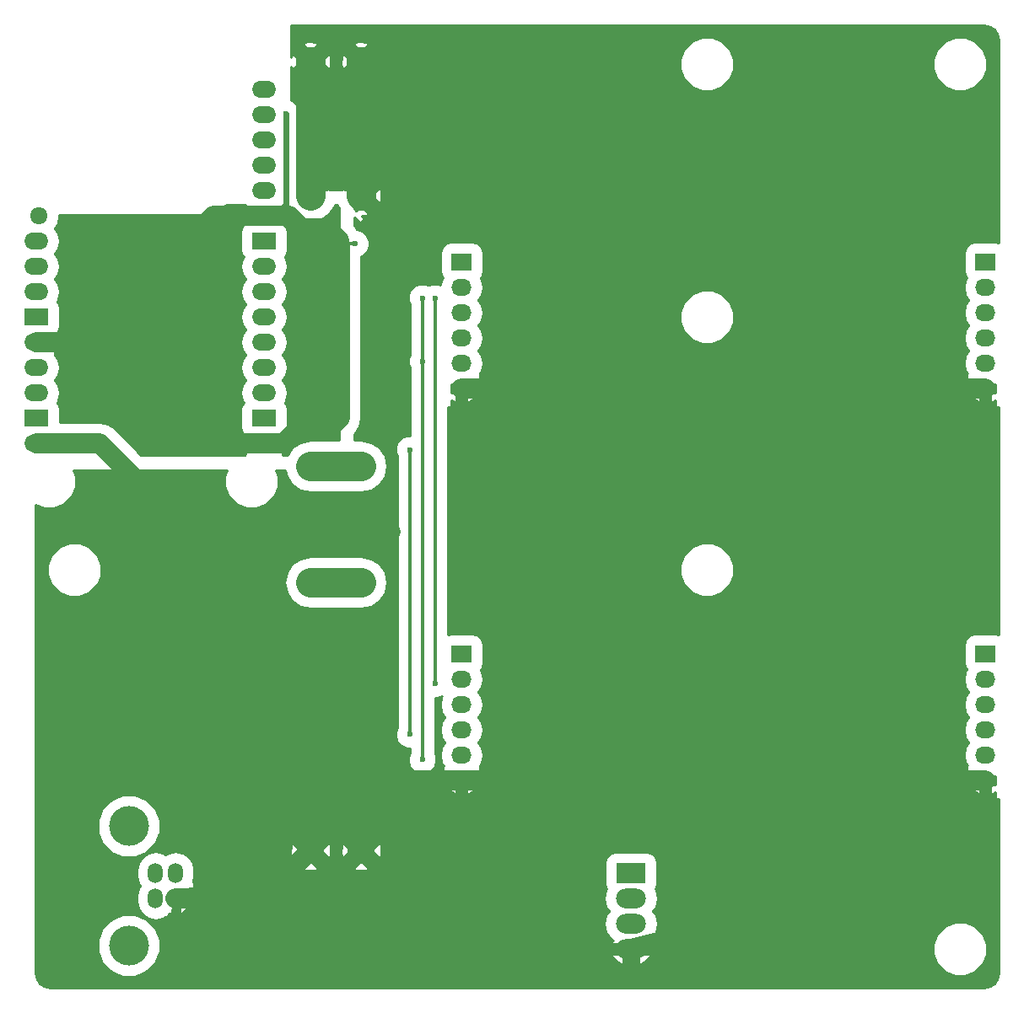
<source format=gbl>
G04 #@! TF.FileFunction,Copper,L2,Bot,Signal*
%FSLAX46Y46*%
G04 Gerber Fmt 4.6, Leading zero omitted, Abs format (unit mm)*
G04 Created by KiCad (PCBNEW 4.0.4-stable) date 01/08/18 17:18:11*
%MOMM*%
%LPD*%
G01*
G04 APERTURE LIST*
%ADD10C,0.250000*%
%ADD11R,2.400000X1.700000*%
%ADD12O,2.400000X1.700000*%
%ADD13O,1.800000X1.700000*%
%ADD14O,2.032000X1.727200*%
%ADD15R,2.032000X1.727200*%
%ADD16C,2.800000*%
%ADD17O,1.520000X2.000000*%
%ADD18C,4.000000*%
%ADD19O,3.000000X2.000000*%
%ADD20R,3.000000X2.000000*%
%ADD21C,0.600000*%
%ADD22C,2.000000*%
%ADD23C,0.900000*%
%ADD24C,3.000000*%
%ADD25C,0.300000*%
%ADD26C,0.600000*%
%ADD27C,0.254000*%
G04 APERTURE END LIST*
D10*
D11*
X97790000Y-104140000D03*
D12*
X97790000Y-101600000D03*
X97790000Y-99060000D03*
X97790000Y-96520000D03*
X97790000Y-93980000D03*
D13*
X75180000Y-83820000D03*
D12*
X97790000Y-91440000D03*
X74930000Y-86360000D03*
X97790000Y-88900000D03*
X74930000Y-88900000D03*
D11*
X97790000Y-86360000D03*
D12*
X74930000Y-91440000D03*
X97790000Y-83820000D03*
D11*
X74930000Y-93980000D03*
D12*
X97790000Y-81280000D03*
X74930000Y-96520000D03*
X97790000Y-78740000D03*
X74930000Y-99060000D03*
X97790000Y-76200000D03*
X74930000Y-101600000D03*
X97790000Y-73660000D03*
D11*
X74930000Y-104140000D03*
D12*
X97790000Y-71120000D03*
X74930000Y-106680000D03*
X97790000Y-106680000D03*
D14*
X117625000Y-101175000D03*
X117625000Y-98635000D03*
X117625000Y-96095000D03*
X117625000Y-93555000D03*
X117625000Y-91015000D03*
D15*
X117625000Y-88475000D03*
D16*
X102455980Y-68336160D03*
X107535980Y-68336160D03*
X102453440Y-81798160D03*
X107533440Y-81798160D03*
X102453440Y-108976160D03*
X107533440Y-108976160D03*
X102453440Y-120660160D03*
X107533440Y-120660160D03*
X102453440Y-147584160D03*
X107533440Y-147584160D03*
D14*
X117625000Y-140550000D03*
X117625000Y-138010000D03*
X117625000Y-135470000D03*
X117625000Y-132930000D03*
X117625000Y-130390000D03*
D15*
X117625000Y-127850000D03*
D14*
X170200000Y-101175000D03*
X170200000Y-98635000D03*
X170200000Y-96095000D03*
X170200000Y-93555000D03*
X170200000Y-91015000D03*
D15*
X170200000Y-88475000D03*
D14*
X170200000Y-140525000D03*
X170200000Y-137985000D03*
X170200000Y-135445000D03*
X170200000Y-132905000D03*
X170200000Y-130365000D03*
D15*
X170200000Y-127825000D03*
D17*
X88900000Y-149860000D03*
X88900000Y-152400000D03*
X86900000Y-152400000D03*
X86900000Y-149860000D03*
D18*
X84200000Y-145130000D03*
X84200000Y-157130000D03*
D19*
X134620000Y-157480000D03*
X134620000Y-154940000D03*
X134620000Y-152400000D03*
D20*
X134620000Y-149860000D03*
D21*
X110490000Y-73406000D03*
X110490000Y-100076000D03*
X110490000Y-93726000D03*
X110490000Y-87376000D03*
X113665000Y-98425000D03*
X113665000Y-138430000D03*
X113665000Y-92075000D03*
X114935000Y-130810000D03*
X114935000Y-92075000D03*
X106934000Y-86614000D03*
X102870000Y-98679000D03*
X102870000Y-92202000D03*
X99949000Y-73533000D03*
X112395000Y-135890000D03*
X112395000Y-107315000D03*
D22*
X110490000Y-78740000D02*
X134620000Y-78740000D01*
X107533440Y-78740000D02*
X110490000Y-78740000D01*
X107535980Y-68336160D02*
X126756160Y-68336160D01*
X126756160Y-68336160D02*
X134620000Y-76200000D01*
X134620000Y-76200000D02*
X134620000Y-78740000D01*
X134620000Y-78740000D02*
X134620000Y-101175000D01*
X88900000Y-152400000D02*
X97637600Y-152400000D01*
X97637600Y-152400000D02*
X102453440Y-147584160D01*
X102453440Y-147584160D02*
X102453440Y-140550000D01*
X102870000Y-140970000D02*
X102870000Y-140550000D01*
X102870000Y-140966560D02*
X102870000Y-140970000D01*
X102453440Y-140550000D02*
X102870000Y-140966560D01*
X107533440Y-147584160D02*
X107533440Y-140550000D01*
X106680000Y-140970000D02*
X106680000Y-140550000D01*
X107113440Y-140970000D02*
X106680000Y-140970000D01*
X107533440Y-140550000D02*
X107113440Y-140970000D01*
X134620000Y-157480000D02*
X144780000Y-154940000D01*
X149860000Y-149860000D02*
X149860000Y-140550000D01*
X144780000Y-154940000D02*
X149860000Y-149860000D01*
X149860000Y-101175000D02*
X149860000Y-140550000D01*
X149860000Y-140550000D02*
X149860000Y-139700000D01*
X149860000Y-139700000D02*
X149860000Y-140550000D01*
X117625000Y-140550000D02*
X149860000Y-140550000D01*
X149860000Y-140550000D02*
X170175000Y-140550000D01*
X170175000Y-140550000D02*
X170200000Y-140525000D01*
X117625000Y-101175000D02*
X134620000Y-101175000D01*
X134620000Y-101175000D02*
X149860000Y-101175000D01*
X149860000Y-101175000D02*
X170200000Y-101175000D01*
X117625000Y-140550000D02*
X106680000Y-140550000D01*
X106680000Y-140550000D02*
X102870000Y-140550000D01*
X102870000Y-140550000D02*
X98640000Y-140550000D01*
X98640000Y-140550000D02*
X88900000Y-130810000D01*
X88900000Y-130810000D02*
X88900000Y-116840000D01*
X88900000Y-116840000D02*
X88900000Y-114300000D01*
X88900000Y-116840000D02*
X90170000Y-115570000D01*
X110490000Y-115570000D02*
X90170000Y-115570000D01*
X81280000Y-106680000D02*
X74930000Y-106680000D01*
X88900000Y-114300000D02*
X81280000Y-106680000D01*
X90170000Y-115570000D02*
X88900000Y-114300000D01*
D23*
X110490000Y-100076000D02*
X110490000Y-115570000D01*
X110490000Y-78740000D02*
X110490000Y-73406000D01*
X110490000Y-100076000D02*
X110490000Y-93726000D01*
X110490000Y-93726000D02*
X110490000Y-87376000D01*
X110490000Y-87376000D02*
X110490000Y-78740000D01*
D24*
X107533440Y-81798160D02*
X107533440Y-78740000D01*
X107533440Y-78740000D02*
X107533440Y-68338700D01*
D22*
X107533440Y-68338700D02*
X107535980Y-68336160D01*
D24*
X102453440Y-81798160D02*
X102453440Y-68338700D01*
D22*
X102453440Y-68338700D02*
X102455980Y-68336160D01*
D24*
X102453440Y-108976160D02*
X107533440Y-108976160D01*
X102453440Y-120660160D02*
X107533440Y-120660160D01*
D23*
X107533440Y-108976160D02*
X107706160Y-108976160D01*
D25*
X113665000Y-92075000D02*
X113665000Y-98425000D01*
X113665000Y-98425000D02*
X113665000Y-138430000D01*
X114935000Y-92075000D02*
X114935000Y-130810000D01*
D22*
X80010000Y-96520000D02*
X90170000Y-106680000D01*
X90170000Y-106680000D02*
X97790000Y-106680000D01*
X74930000Y-96520000D02*
X80010000Y-96520000D01*
X92710000Y-83820000D02*
X97790000Y-83820000D01*
X80010000Y-96520000D02*
X92710000Y-83820000D01*
D25*
X106934000Y-86614000D02*
X105410000Y-86614000D01*
D23*
X105410000Y-86614000D02*
X105410000Y-86360000D01*
D22*
X97790000Y-106680000D02*
X99695000Y-106680000D01*
X105410000Y-104140000D02*
X105410000Y-98679000D01*
X104140000Y-105410000D02*
X105410000Y-104140000D01*
X100965000Y-105410000D02*
X104140000Y-105410000D01*
X99695000Y-106680000D02*
X100965000Y-105410000D01*
D25*
X102870000Y-98679000D02*
X105410000Y-98679000D01*
X102870000Y-92202000D02*
X105410000Y-92202000D01*
D26*
X99949000Y-73533000D02*
X99949000Y-83820000D01*
D22*
X105410000Y-98679000D02*
X105410000Y-92202000D01*
X105410000Y-92202000D02*
X105410000Y-86614000D01*
D23*
X105410000Y-86360000D02*
X105283000Y-86233000D01*
X100330000Y-83820000D02*
X99949000Y-83820000D01*
D22*
X105283000Y-86233000D02*
X104140000Y-85090000D01*
X104140000Y-85090000D02*
X101600000Y-85090000D01*
X101600000Y-85090000D02*
X100330000Y-83820000D01*
X99949000Y-83820000D02*
X97790000Y-83820000D01*
D25*
X112395000Y-107315000D02*
X112395000Y-135890000D01*
D27*
G36*
X95916998Y-82970000D02*
X96284928Y-82970000D01*
X96109367Y-83178951D01*
X96190026Y-83395000D01*
X97190000Y-83395000D01*
X97190000Y-83216340D01*
X97394411Y-83257000D01*
X98185589Y-83257000D01*
X98390000Y-83216340D01*
X98390000Y-83395000D01*
X99389974Y-83395000D01*
X99470633Y-83178951D01*
X99295072Y-82970000D01*
X99663002Y-82970000D01*
X99663002Y-82677000D01*
X100001252Y-82677000D01*
X100026408Y-82803469D01*
X100595870Y-83655730D01*
X101448131Y-84225192D01*
X102453440Y-84425160D01*
X103458749Y-84225192D01*
X104311010Y-83655730D01*
X104880472Y-82803469D01*
X104905628Y-82677000D01*
X105081252Y-82677000D01*
X105106408Y-82803469D01*
X105283000Y-83067758D01*
X105283000Y-106349160D01*
X102453440Y-106349160D01*
X101448131Y-106549128D01*
X100595870Y-107118590D01*
X100125199Y-107823000D01*
X99663002Y-107823000D01*
X99663002Y-107530000D01*
X99295072Y-107530000D01*
X99470633Y-107321049D01*
X99389974Y-107105000D01*
X98390000Y-107105000D01*
X98390000Y-107530000D01*
X97190000Y-107530000D01*
X97190000Y-107105000D01*
X96190026Y-107105000D01*
X96109367Y-107321049D01*
X96284928Y-107530000D01*
X95916998Y-107530000D01*
X95916998Y-107788538D01*
X95833593Y-107823000D01*
X85431032Y-107823000D01*
X82784016Y-105175984D01*
X82093968Y-104714908D01*
X81280000Y-104553000D01*
X77279079Y-104553000D01*
X77279079Y-103290000D01*
X77200494Y-102872359D01*
X77007676Y-102572710D01*
X77152099Y-102356565D01*
X77302589Y-101600000D01*
X77152099Y-100843435D01*
X76809033Y-100330000D01*
X77152099Y-99816565D01*
X77302589Y-99060000D01*
X77152099Y-98303435D01*
X76803002Y-97780975D01*
X76803002Y-97370000D01*
X76435072Y-97370000D01*
X76610633Y-97161049D01*
X76529974Y-96945000D01*
X75530000Y-96945000D01*
X75530000Y-97123660D01*
X75325589Y-97083000D01*
X74862000Y-97083000D01*
X74862000Y-95979079D01*
X75530000Y-95979079D01*
X75530000Y-96095000D01*
X76529974Y-96095000D01*
X76610633Y-95878951D01*
X76600276Y-95866624D01*
X76931219Y-95653669D01*
X77188548Y-95277056D01*
X77279079Y-94830000D01*
X77279079Y-93130000D01*
X77200494Y-92712359D01*
X77007676Y-92412710D01*
X77152099Y-92196565D01*
X77302589Y-91440000D01*
X77152099Y-90683435D01*
X76809033Y-90170000D01*
X77152099Y-89656565D01*
X77302589Y-88900000D01*
X95417411Y-88900000D01*
X95567901Y-89656565D01*
X95910967Y-90170000D01*
X95567901Y-90683435D01*
X95417411Y-91440000D01*
X95567901Y-92196565D01*
X95910967Y-92710000D01*
X95567901Y-93223435D01*
X95417411Y-93980000D01*
X95567901Y-94736565D01*
X95910967Y-95250000D01*
X95567901Y-95763435D01*
X95417411Y-96520000D01*
X95567901Y-97276565D01*
X95910967Y-97790000D01*
X95567901Y-98303435D01*
X95417411Y-99060000D01*
X95567901Y-99816565D01*
X95910967Y-100330000D01*
X95567901Y-100843435D01*
X95417411Y-101600000D01*
X95567901Y-102356565D01*
X95714189Y-102575500D01*
X95531452Y-102842944D01*
X95440921Y-103290000D01*
X95440921Y-104990000D01*
X95519506Y-105407641D01*
X95766331Y-105791219D01*
X96116490Y-106030473D01*
X96109367Y-106038951D01*
X96190026Y-106255000D01*
X97190000Y-106255000D01*
X97190000Y-106139079D01*
X98390000Y-106139079D01*
X98390000Y-106255000D01*
X99389974Y-106255000D01*
X99470633Y-106038951D01*
X99460276Y-106026624D01*
X99791219Y-105813669D01*
X100048548Y-105437056D01*
X100139079Y-104990000D01*
X100139079Y-103290000D01*
X100060494Y-102872359D01*
X99867676Y-102572710D01*
X100012099Y-102356565D01*
X100162589Y-101600000D01*
X100012099Y-100843435D01*
X99669033Y-100330000D01*
X100012099Y-99816565D01*
X100162589Y-99060000D01*
X100012099Y-98303435D01*
X99669033Y-97790000D01*
X100012099Y-97276565D01*
X100162589Y-96520000D01*
X100012099Y-95763435D01*
X99669033Y-95250000D01*
X100012099Y-94736565D01*
X100162589Y-93980000D01*
X100012099Y-93223435D01*
X99669033Y-92710000D01*
X100012099Y-92196565D01*
X100162589Y-91440000D01*
X100012099Y-90683435D01*
X99669033Y-90170000D01*
X100012099Y-89656565D01*
X100162589Y-88900000D01*
X100012099Y-88143435D01*
X99865811Y-87924500D01*
X100048548Y-87657056D01*
X100139079Y-87210000D01*
X100139079Y-85510000D01*
X100060494Y-85092359D01*
X99813669Y-84708781D01*
X99463510Y-84469527D01*
X99470633Y-84461049D01*
X99389974Y-84245000D01*
X98390000Y-84245000D01*
X98390000Y-84360921D01*
X97190000Y-84360921D01*
X97190000Y-84245000D01*
X96190026Y-84245000D01*
X96109367Y-84461049D01*
X96119724Y-84473376D01*
X95788781Y-84686331D01*
X95531452Y-85062944D01*
X95440921Y-85510000D01*
X95440921Y-87210000D01*
X95519506Y-87627641D01*
X95712324Y-87927290D01*
X95567901Y-88143435D01*
X95417411Y-88900000D01*
X77302589Y-88900000D01*
X77152099Y-88143435D01*
X76809033Y-87630000D01*
X77152099Y-87116565D01*
X77302589Y-86360000D01*
X77152099Y-85603435D01*
X76781094Y-85048186D01*
X77096221Y-84576565D01*
X77246711Y-83820000D01*
X77233185Y-83752000D01*
X91440000Y-83752000D01*
X91556111Y-83728904D01*
X91674499Y-83728904D01*
X92646515Y-83535558D01*
X92973919Y-83399942D01*
X93079812Y-83356080D01*
X93903847Y-82805477D01*
X94032324Y-82677000D01*
X95916998Y-82677000D01*
X95916998Y-82970000D01*
X95916998Y-82970000D01*
G37*
X95916998Y-82970000D02*
X96284928Y-82970000D01*
X96109367Y-83178951D01*
X96190026Y-83395000D01*
X97190000Y-83395000D01*
X97190000Y-83216340D01*
X97394411Y-83257000D01*
X98185589Y-83257000D01*
X98390000Y-83216340D01*
X98390000Y-83395000D01*
X99389974Y-83395000D01*
X99470633Y-83178951D01*
X99295072Y-82970000D01*
X99663002Y-82970000D01*
X99663002Y-82677000D01*
X100001252Y-82677000D01*
X100026408Y-82803469D01*
X100595870Y-83655730D01*
X101448131Y-84225192D01*
X102453440Y-84425160D01*
X103458749Y-84225192D01*
X104311010Y-83655730D01*
X104880472Y-82803469D01*
X104905628Y-82677000D01*
X105081252Y-82677000D01*
X105106408Y-82803469D01*
X105283000Y-83067758D01*
X105283000Y-106349160D01*
X102453440Y-106349160D01*
X101448131Y-106549128D01*
X100595870Y-107118590D01*
X100125199Y-107823000D01*
X99663002Y-107823000D01*
X99663002Y-107530000D01*
X99295072Y-107530000D01*
X99470633Y-107321049D01*
X99389974Y-107105000D01*
X98390000Y-107105000D01*
X98390000Y-107530000D01*
X97190000Y-107530000D01*
X97190000Y-107105000D01*
X96190026Y-107105000D01*
X96109367Y-107321049D01*
X96284928Y-107530000D01*
X95916998Y-107530000D01*
X95916998Y-107788538D01*
X95833593Y-107823000D01*
X85431032Y-107823000D01*
X82784016Y-105175984D01*
X82093968Y-104714908D01*
X81280000Y-104553000D01*
X77279079Y-104553000D01*
X77279079Y-103290000D01*
X77200494Y-102872359D01*
X77007676Y-102572710D01*
X77152099Y-102356565D01*
X77302589Y-101600000D01*
X77152099Y-100843435D01*
X76809033Y-100330000D01*
X77152099Y-99816565D01*
X77302589Y-99060000D01*
X77152099Y-98303435D01*
X76803002Y-97780975D01*
X76803002Y-97370000D01*
X76435072Y-97370000D01*
X76610633Y-97161049D01*
X76529974Y-96945000D01*
X75530000Y-96945000D01*
X75530000Y-97123660D01*
X75325589Y-97083000D01*
X74862000Y-97083000D01*
X74862000Y-95979079D01*
X75530000Y-95979079D01*
X75530000Y-96095000D01*
X76529974Y-96095000D01*
X76610633Y-95878951D01*
X76600276Y-95866624D01*
X76931219Y-95653669D01*
X77188548Y-95277056D01*
X77279079Y-94830000D01*
X77279079Y-93130000D01*
X77200494Y-92712359D01*
X77007676Y-92412710D01*
X77152099Y-92196565D01*
X77302589Y-91440000D01*
X77152099Y-90683435D01*
X76809033Y-90170000D01*
X77152099Y-89656565D01*
X77302589Y-88900000D01*
X95417411Y-88900000D01*
X95567901Y-89656565D01*
X95910967Y-90170000D01*
X95567901Y-90683435D01*
X95417411Y-91440000D01*
X95567901Y-92196565D01*
X95910967Y-92710000D01*
X95567901Y-93223435D01*
X95417411Y-93980000D01*
X95567901Y-94736565D01*
X95910967Y-95250000D01*
X95567901Y-95763435D01*
X95417411Y-96520000D01*
X95567901Y-97276565D01*
X95910967Y-97790000D01*
X95567901Y-98303435D01*
X95417411Y-99060000D01*
X95567901Y-99816565D01*
X95910967Y-100330000D01*
X95567901Y-100843435D01*
X95417411Y-101600000D01*
X95567901Y-102356565D01*
X95714189Y-102575500D01*
X95531452Y-102842944D01*
X95440921Y-103290000D01*
X95440921Y-104990000D01*
X95519506Y-105407641D01*
X95766331Y-105791219D01*
X96116490Y-106030473D01*
X96109367Y-106038951D01*
X96190026Y-106255000D01*
X97190000Y-106255000D01*
X97190000Y-106139079D01*
X98390000Y-106139079D01*
X98390000Y-106255000D01*
X99389974Y-106255000D01*
X99470633Y-106038951D01*
X99460276Y-106026624D01*
X99791219Y-105813669D01*
X100048548Y-105437056D01*
X100139079Y-104990000D01*
X100139079Y-103290000D01*
X100060494Y-102872359D01*
X99867676Y-102572710D01*
X100012099Y-102356565D01*
X100162589Y-101600000D01*
X100012099Y-100843435D01*
X99669033Y-100330000D01*
X100012099Y-99816565D01*
X100162589Y-99060000D01*
X100012099Y-98303435D01*
X99669033Y-97790000D01*
X100012099Y-97276565D01*
X100162589Y-96520000D01*
X100012099Y-95763435D01*
X99669033Y-95250000D01*
X100012099Y-94736565D01*
X100162589Y-93980000D01*
X100012099Y-93223435D01*
X99669033Y-92710000D01*
X100012099Y-92196565D01*
X100162589Y-91440000D01*
X100012099Y-90683435D01*
X99669033Y-90170000D01*
X100012099Y-89656565D01*
X100162589Y-88900000D01*
X100012099Y-88143435D01*
X99865811Y-87924500D01*
X100048548Y-87657056D01*
X100139079Y-87210000D01*
X100139079Y-85510000D01*
X100060494Y-85092359D01*
X99813669Y-84708781D01*
X99463510Y-84469527D01*
X99470633Y-84461049D01*
X99389974Y-84245000D01*
X98390000Y-84245000D01*
X98390000Y-84360921D01*
X97190000Y-84360921D01*
X97190000Y-84245000D01*
X96190026Y-84245000D01*
X96109367Y-84461049D01*
X96119724Y-84473376D01*
X95788781Y-84686331D01*
X95531452Y-85062944D01*
X95440921Y-85510000D01*
X95440921Y-87210000D01*
X95519506Y-87627641D01*
X95712324Y-87927290D01*
X95567901Y-88143435D01*
X95417411Y-88900000D01*
X77302589Y-88900000D01*
X77152099Y-88143435D01*
X76809033Y-87630000D01*
X77152099Y-87116565D01*
X77302589Y-86360000D01*
X77152099Y-85603435D01*
X76781094Y-85048186D01*
X77096221Y-84576565D01*
X77246711Y-83820000D01*
X77233185Y-83752000D01*
X91440000Y-83752000D01*
X91556111Y-83728904D01*
X91674499Y-83728904D01*
X92646515Y-83535558D01*
X92973919Y-83399942D01*
X93079812Y-83356080D01*
X93903847Y-82805477D01*
X94032324Y-82677000D01*
X95916998Y-82677000D01*
X95916998Y-82970000D01*
G36*
X170683019Y-64825605D02*
X171109457Y-65110543D01*
X171394395Y-65536981D01*
X171518000Y-66158388D01*
X171518000Y-86523477D01*
X171216000Y-86462321D01*
X169184000Y-86462321D01*
X168766359Y-86540906D01*
X168382781Y-86787731D01*
X168125452Y-87164344D01*
X168034921Y-87611400D01*
X168034921Y-89338600D01*
X168113506Y-89756241D01*
X168302436Y-90049848D01*
X168166541Y-90253230D01*
X168015016Y-91015000D01*
X168166541Y-91776770D01*
X168506130Y-92285000D01*
X168166541Y-92793230D01*
X168015016Y-93555000D01*
X168166541Y-94316770D01*
X168506130Y-94825000D01*
X168166541Y-95333230D01*
X168015016Y-96095000D01*
X168166541Y-96856770D01*
X168506130Y-97365000D01*
X168166541Y-97873230D01*
X168015016Y-98635000D01*
X168166541Y-99396770D01*
X168358729Y-99684400D01*
X168326998Y-99684400D01*
X168326998Y-100311400D01*
X168869158Y-100311400D01*
X168706026Y-100525333D01*
X168785576Y-100743200D01*
X169692000Y-100743200D01*
X169692000Y-100563218D01*
X170005616Y-100625600D01*
X170394384Y-100625600D01*
X170708000Y-100563218D01*
X170708000Y-100743200D01*
X171216000Y-100743200D01*
X171216000Y-101606800D01*
X170708000Y-101606800D01*
X170708000Y-102446999D01*
X170927128Y-102530531D01*
X171216000Y-102334020D01*
X171216000Y-103048002D01*
X171518000Y-103048002D01*
X171518000Y-125873477D01*
X171216000Y-125812321D01*
X169184000Y-125812321D01*
X168766359Y-125890906D01*
X168382781Y-126137731D01*
X168125452Y-126514344D01*
X168034921Y-126961400D01*
X168034921Y-128688600D01*
X168113506Y-129106241D01*
X168302436Y-129399848D01*
X168166541Y-129603230D01*
X168015016Y-130365000D01*
X168166541Y-131126770D01*
X168506130Y-131635000D01*
X168166541Y-132143230D01*
X168015016Y-132905000D01*
X168166541Y-133666770D01*
X168506130Y-134175000D01*
X168166541Y-134683230D01*
X168015016Y-135445000D01*
X168166541Y-136206770D01*
X168506130Y-136715000D01*
X168166541Y-137223230D01*
X168015016Y-137985000D01*
X168166541Y-138746770D01*
X168358729Y-139034400D01*
X168326998Y-139034400D01*
X168326998Y-139661400D01*
X168869158Y-139661400D01*
X168706026Y-139875333D01*
X168785576Y-140093200D01*
X169692000Y-140093200D01*
X169692000Y-139913218D01*
X170005616Y-139975600D01*
X170394384Y-139975600D01*
X170708000Y-139913218D01*
X170708000Y-140093200D01*
X171216000Y-140093200D01*
X171216000Y-140956800D01*
X170708000Y-140956800D01*
X170708000Y-141796999D01*
X170927128Y-141880531D01*
X171216000Y-141684020D01*
X171216000Y-142398002D01*
X171518000Y-142398002D01*
X171518000Y-159901612D01*
X171394395Y-160523019D01*
X171109457Y-160949457D01*
X170683019Y-161234395D01*
X170061613Y-161358000D01*
X76318388Y-161358000D01*
X75696981Y-161234395D01*
X75270543Y-160949457D01*
X74985605Y-160523019D01*
X74862000Y-159901613D01*
X74862000Y-157749270D01*
X81072458Y-157749270D01*
X81547512Y-158898989D01*
X82426384Y-159779396D01*
X83575272Y-160256456D01*
X84819270Y-160257542D01*
X85968989Y-159782488D01*
X86849396Y-158903616D01*
X87134900Y-158216046D01*
X132669013Y-158216046D01*
X133087386Y-158686604D01*
X133627736Y-158989921D01*
X133870000Y-158891588D01*
X133870000Y-157980000D01*
X135370000Y-157980000D01*
X135370000Y-158891588D01*
X135612264Y-158989921D01*
X136152614Y-158686604D01*
X136570987Y-158216046D01*
X136514221Y-158020054D01*
X164912528Y-158020054D01*
X165326814Y-159022703D01*
X166093262Y-159790490D01*
X167095186Y-160206526D01*
X168180054Y-160207472D01*
X169182703Y-159793186D01*
X169950490Y-159026738D01*
X170366526Y-158024814D01*
X170367472Y-156939946D01*
X169953186Y-155937297D01*
X169186738Y-155169510D01*
X168184814Y-154753474D01*
X167099946Y-154752528D01*
X166097297Y-155166814D01*
X165329510Y-155933262D01*
X164913474Y-156935186D01*
X164912528Y-158020054D01*
X136514221Y-158020054D01*
X136502619Y-157980000D01*
X135370000Y-157980000D01*
X133870000Y-157980000D01*
X132737381Y-157980000D01*
X132669013Y-158216046D01*
X87134900Y-158216046D01*
X87326456Y-157754728D01*
X87327542Y-156510730D01*
X86852488Y-155361011D01*
X85973616Y-154480604D01*
X84824728Y-154003544D01*
X83580730Y-154002458D01*
X82431011Y-154477512D01*
X81550604Y-155356384D01*
X81073544Y-156505272D01*
X81072458Y-157749270D01*
X74862000Y-157749270D01*
X74862000Y-149578330D01*
X85013000Y-149578330D01*
X85013000Y-150141670D01*
X85156639Y-150863794D01*
X85334513Y-151130000D01*
X85156639Y-151396206D01*
X85013000Y-152118330D01*
X85013000Y-152681670D01*
X85156639Y-153403794D01*
X85565690Y-154015980D01*
X86177876Y-154425031D01*
X86900000Y-154568670D01*
X87622124Y-154425031D01*
X87849651Y-154273002D01*
X88140000Y-154273002D01*
X88140000Y-154078996D01*
X88234310Y-154015980D01*
X88314110Y-153896551D01*
X88316006Y-153898062D01*
X88520000Y-153810092D01*
X88520000Y-153588416D01*
X88643361Y-153403794D01*
X88743571Y-152900000D01*
X89280000Y-152900000D01*
X89280000Y-153810092D01*
X89483994Y-153898062D01*
X89906124Y-153561489D01*
X90182176Y-153106318D01*
X90082588Y-152900000D01*
X89280000Y-152900000D01*
X88743571Y-152900000D01*
X88787000Y-152681670D01*
X88787000Y-152400000D01*
X131941534Y-152400000D01*
X132103442Y-153213968D01*
X132408153Y-153670000D01*
X132103442Y-154126032D01*
X131941534Y-154940000D01*
X132103442Y-155753968D01*
X132564518Y-156444016D01*
X132797361Y-156599597D01*
X132669013Y-156743954D01*
X132737381Y-156980000D01*
X133631155Y-156980000D01*
X134068534Y-157067000D01*
X135171466Y-157067000D01*
X135608845Y-156980000D01*
X136502619Y-156980000D01*
X136570987Y-156743954D01*
X136442639Y-156599597D01*
X136675482Y-156444016D01*
X137136558Y-155753968D01*
X137298466Y-154940000D01*
X137136558Y-154126032D01*
X136831847Y-153670000D01*
X137136558Y-153213968D01*
X137298466Y-152400000D01*
X137136558Y-151586032D01*
X137063075Y-151476057D01*
X137178548Y-151307056D01*
X137269079Y-150860000D01*
X137269079Y-148860000D01*
X137190494Y-148442359D01*
X136943669Y-148058781D01*
X136567056Y-147801452D01*
X136120000Y-147710921D01*
X133120000Y-147710921D01*
X132702359Y-147789506D01*
X132318781Y-148036331D01*
X132061452Y-148412944D01*
X131970921Y-148860000D01*
X131970921Y-150860000D01*
X132049506Y-151277641D01*
X132177056Y-151475860D01*
X132103442Y-151586032D01*
X131941534Y-152400000D01*
X88787000Y-152400000D01*
X88787000Y-152118330D01*
X88763776Y-152001573D01*
X88900000Y-152028670D01*
X89546870Y-151900000D01*
X90082588Y-151900000D01*
X90182176Y-151693682D01*
X90103253Y-151563550D01*
X90234310Y-151475980D01*
X90285078Y-151400000D01*
X90773002Y-151400000D01*
X90773002Y-150773000D01*
X90661421Y-150773000D01*
X90787000Y-150141670D01*
X90787000Y-149578330D01*
X90738740Y-149335707D01*
X101691842Y-149335707D01*
X101876771Y-149568787D01*
X102680151Y-149638399D01*
X103030109Y-149568787D01*
X103215038Y-149335707D01*
X106771842Y-149335707D01*
X106956771Y-149568787D01*
X107760151Y-149638399D01*
X108110109Y-149568787D01*
X108295038Y-149335707D01*
X107533440Y-148574109D01*
X106771842Y-149335707D01*
X103215038Y-149335707D01*
X102453440Y-148574109D01*
X101691842Y-149335707D01*
X90738740Y-149335707D01*
X90643361Y-148856206D01*
X90234310Y-148244020D01*
X89622124Y-147834969D01*
X89500975Y-147810871D01*
X100399201Y-147810871D01*
X100468813Y-148160829D01*
X100701893Y-148345758D01*
X101463491Y-147584160D01*
X103443389Y-147584160D01*
X104204987Y-148345758D01*
X104438067Y-148160829D01*
X104468390Y-147810871D01*
X105479201Y-147810871D01*
X105548813Y-148160829D01*
X105781893Y-148345758D01*
X106543491Y-147584160D01*
X108523389Y-147584160D01*
X109284987Y-148345758D01*
X109518067Y-148160829D01*
X109587679Y-147357449D01*
X109518067Y-147007491D01*
X109284987Y-146822562D01*
X108523389Y-147584160D01*
X106543491Y-147584160D01*
X105781893Y-146822562D01*
X105548813Y-147007491D01*
X105479201Y-147810871D01*
X104468390Y-147810871D01*
X104507679Y-147357449D01*
X104438067Y-147007491D01*
X104204987Y-146822562D01*
X103443389Y-147584160D01*
X101463491Y-147584160D01*
X100701893Y-146822562D01*
X100468813Y-147007491D01*
X100399201Y-147810871D01*
X89500975Y-147810871D01*
X88900000Y-147691330D01*
X88177876Y-147834969D01*
X87900000Y-148020640D01*
X87622124Y-147834969D01*
X86900000Y-147691330D01*
X86177876Y-147834969D01*
X85565690Y-148244020D01*
X85156639Y-148856206D01*
X85013000Y-149578330D01*
X74862000Y-149578330D01*
X74862000Y-145749270D01*
X81072458Y-145749270D01*
X81547512Y-146898989D01*
X82426384Y-147779396D01*
X83575272Y-148256456D01*
X84819270Y-148257542D01*
X85968989Y-147782488D01*
X86849396Y-146903616D01*
X87294115Y-145832613D01*
X101691842Y-145832613D01*
X102453440Y-146594211D01*
X103215038Y-145832613D01*
X106771842Y-145832613D01*
X107533440Y-146594211D01*
X108295038Y-145832613D01*
X108110109Y-145599533D01*
X107306729Y-145529921D01*
X106956771Y-145599533D01*
X106771842Y-145832613D01*
X103215038Y-145832613D01*
X103030109Y-145599533D01*
X102226729Y-145529921D01*
X101876771Y-145599533D01*
X101691842Y-145832613D01*
X87294115Y-145832613D01*
X87326456Y-145754728D01*
X87327542Y-144510730D01*
X86852488Y-143361011D01*
X85973616Y-142480604D01*
X84824728Y-142003544D01*
X83580730Y-142002458D01*
X82431011Y-142477512D01*
X81550604Y-143356384D01*
X81073544Y-144505272D01*
X81072458Y-145749270D01*
X74862000Y-145749270D01*
X74862000Y-141199667D01*
X116131026Y-141199667D01*
X116422881Y-141582408D01*
X116897872Y-141905531D01*
X117117000Y-141821999D01*
X117117000Y-140981800D01*
X118133000Y-140981800D01*
X118133000Y-141821999D01*
X118352128Y-141905531D01*
X118827119Y-141582408D01*
X119118974Y-141199667D01*
X119109846Y-141174667D01*
X168706026Y-141174667D01*
X168997881Y-141557408D01*
X169472872Y-141880531D01*
X169692000Y-141796999D01*
X169692000Y-140956800D01*
X168785576Y-140956800D01*
X168706026Y-141174667D01*
X119109846Y-141174667D01*
X119039424Y-140981800D01*
X118133000Y-140981800D01*
X117117000Y-140981800D01*
X116210576Y-140981800D01*
X116131026Y-141199667D01*
X74862000Y-141199667D01*
X74862000Y-119920054D01*
X76012528Y-119920054D01*
X76426814Y-120922703D01*
X77193262Y-121690490D01*
X78195186Y-122106526D01*
X79280054Y-122107472D01*
X80282703Y-121693186D01*
X81050490Y-120926738D01*
X81161183Y-120660160D01*
X99826440Y-120660160D01*
X100026408Y-121665469D01*
X100595870Y-122517730D01*
X101448131Y-123087192D01*
X102453440Y-123287160D01*
X107533440Y-123287160D01*
X108538749Y-123087192D01*
X109391010Y-122517730D01*
X109960472Y-121665469D01*
X110160440Y-120660160D01*
X109960472Y-119654851D01*
X109391010Y-118802590D01*
X108538749Y-118233128D01*
X107533440Y-118033160D01*
X102453440Y-118033160D01*
X101448131Y-118233128D01*
X100595870Y-118802590D01*
X100026408Y-119654851D01*
X99826440Y-120660160D01*
X81161183Y-120660160D01*
X81466526Y-119924814D01*
X81467472Y-118839946D01*
X81053186Y-117837297D01*
X80286738Y-117069510D01*
X79284814Y-116653474D01*
X78199946Y-116652528D01*
X77197297Y-117066814D01*
X76429510Y-117833262D01*
X76013474Y-118835186D01*
X76012528Y-119920054D01*
X74862000Y-119920054D01*
X74862000Y-112887166D01*
X75655186Y-113216526D01*
X76740054Y-113217472D01*
X77742703Y-112803186D01*
X78510490Y-112036738D01*
X78926526Y-111034814D01*
X78927472Y-109949946D01*
X78678340Y-109347000D01*
X94041863Y-109347000D01*
X93793474Y-109945186D01*
X93792528Y-111030054D01*
X94206814Y-112032703D01*
X94973262Y-112800490D01*
X95975186Y-113216526D01*
X97060054Y-113217472D01*
X98062703Y-112803186D01*
X98830490Y-112036738D01*
X99246526Y-111034814D01*
X99247472Y-109949946D01*
X98998340Y-109347000D01*
X99900205Y-109347000D01*
X100026408Y-109981469D01*
X100595870Y-110833730D01*
X101448131Y-111403192D01*
X102453440Y-111603160D01*
X107533440Y-111603160D01*
X108538749Y-111403192D01*
X109391010Y-110833730D01*
X109960472Y-109981469D01*
X110160440Y-108976160D01*
X109960472Y-107970851D01*
X109711076Y-107597603D01*
X110967752Y-107597603D01*
X111118000Y-107961229D01*
X111118000Y-135244263D01*
X110968248Y-135604907D01*
X110967752Y-136172603D01*
X111184543Y-136697275D01*
X111585614Y-137099047D01*
X112109907Y-137316752D01*
X112388000Y-137316995D01*
X112388000Y-137784263D01*
X112238248Y-138144907D01*
X112237752Y-138712603D01*
X112454543Y-139237275D01*
X112855614Y-139639047D01*
X113379907Y-139856752D01*
X113947603Y-139857248D01*
X114472275Y-139640457D01*
X114874047Y-139239386D01*
X115091752Y-138715093D01*
X115092248Y-138147397D01*
X114942000Y-137783771D01*
X114942000Y-132237007D01*
X115217603Y-132237248D01*
X115670450Y-132050135D01*
X115591541Y-132168230D01*
X115440016Y-132930000D01*
X115591541Y-133691770D01*
X115931130Y-134200000D01*
X115591541Y-134708230D01*
X115440016Y-135470000D01*
X115591541Y-136231770D01*
X115931130Y-136740000D01*
X115591541Y-137248230D01*
X115440016Y-138010000D01*
X115591541Y-138771770D01*
X115783729Y-139059400D01*
X115751998Y-139059400D01*
X115751998Y-139686400D01*
X116294158Y-139686400D01*
X116131026Y-139900333D01*
X116210576Y-140118200D01*
X117117000Y-140118200D01*
X117117000Y-139938218D01*
X117430616Y-140000600D01*
X117819384Y-140000600D01*
X118133000Y-139938218D01*
X118133000Y-140118200D01*
X119039424Y-140118200D01*
X119118974Y-139900333D01*
X118955842Y-139686400D01*
X119498002Y-139686400D01*
X119498002Y-139059400D01*
X119466271Y-139059400D01*
X119658459Y-138771770D01*
X119809984Y-138010000D01*
X119658459Y-137248230D01*
X119318870Y-136740000D01*
X119658459Y-136231770D01*
X119809984Y-135470000D01*
X119658459Y-134708230D01*
X119318870Y-134200000D01*
X119658459Y-133691770D01*
X119809984Y-132930000D01*
X119658459Y-132168230D01*
X119318870Y-131660000D01*
X119658459Y-131151770D01*
X119809984Y-130390000D01*
X119658459Y-129628230D01*
X119520818Y-129422236D01*
X119699548Y-129160656D01*
X119790079Y-128713600D01*
X119790079Y-126986400D01*
X119711494Y-126568759D01*
X119464669Y-126185181D01*
X119088056Y-125927852D01*
X118641000Y-125837321D01*
X116609000Y-125837321D01*
X116212000Y-125912022D01*
X116212000Y-119920054D01*
X139512528Y-119920054D01*
X139926814Y-120922703D01*
X140693262Y-121690490D01*
X141695186Y-122106526D01*
X142780054Y-122107472D01*
X143782703Y-121693186D01*
X144550490Y-120926738D01*
X144966526Y-119924814D01*
X144967472Y-118839946D01*
X144553186Y-117837297D01*
X143786738Y-117069510D01*
X142784814Y-116653474D01*
X141699946Y-116652528D01*
X140697297Y-117066814D01*
X139929510Y-117833262D01*
X139513474Y-118835186D01*
X139512528Y-119920054D01*
X116212000Y-119920054D01*
X116212000Y-103048002D01*
X116609000Y-103048002D01*
X116609000Y-102334020D01*
X116897872Y-102530531D01*
X117117000Y-102446999D01*
X117117000Y-101606800D01*
X118133000Y-101606800D01*
X118133000Y-102446999D01*
X118352128Y-102530531D01*
X118827119Y-102207408D01*
X119118974Y-101824667D01*
X168706026Y-101824667D01*
X168997881Y-102207408D01*
X169472872Y-102530531D01*
X169692000Y-102446999D01*
X169692000Y-101606800D01*
X168785576Y-101606800D01*
X168706026Y-101824667D01*
X119118974Y-101824667D01*
X119039424Y-101606800D01*
X118133000Y-101606800D01*
X117117000Y-101606800D01*
X116609000Y-101606800D01*
X116609000Y-100743200D01*
X117117000Y-100743200D01*
X117117000Y-100563218D01*
X117430616Y-100625600D01*
X117819384Y-100625600D01*
X118133000Y-100563218D01*
X118133000Y-100743200D01*
X119039424Y-100743200D01*
X119118974Y-100525333D01*
X118955842Y-100311400D01*
X119498002Y-100311400D01*
X119498002Y-99684400D01*
X119466271Y-99684400D01*
X119658459Y-99396770D01*
X119809984Y-98635000D01*
X119658459Y-97873230D01*
X119318870Y-97365000D01*
X119658459Y-96856770D01*
X119809984Y-96095000D01*
X119658459Y-95333230D01*
X119318870Y-94825000D01*
X119522628Y-94520054D01*
X139512528Y-94520054D01*
X139926814Y-95522703D01*
X140693262Y-96290490D01*
X141695186Y-96706526D01*
X142780054Y-96707472D01*
X143782703Y-96293186D01*
X144550490Y-95526738D01*
X144966526Y-94524814D01*
X144967472Y-93439946D01*
X144553186Y-92437297D01*
X143786738Y-91669510D01*
X142784814Y-91253474D01*
X141699946Y-91252528D01*
X140697297Y-91666814D01*
X139929510Y-92433262D01*
X139513474Y-93435186D01*
X139512528Y-94520054D01*
X119522628Y-94520054D01*
X119658459Y-94316770D01*
X119809984Y-93555000D01*
X119658459Y-92793230D01*
X119318870Y-92285000D01*
X119658459Y-91776770D01*
X119809984Y-91015000D01*
X119658459Y-90253230D01*
X119520818Y-90047236D01*
X119699548Y-89785656D01*
X119790079Y-89338600D01*
X119790079Y-87611400D01*
X119711494Y-87193759D01*
X119464669Y-86810181D01*
X119088056Y-86552852D01*
X118641000Y-86462321D01*
X116609000Y-86462321D01*
X116191359Y-86540906D01*
X115807781Y-86787731D01*
X115550452Y-87164344D01*
X115459921Y-87611400D01*
X115459921Y-89338600D01*
X115538506Y-89756241D01*
X115727436Y-90049848D01*
X115591541Y-90253230D01*
X115490623Y-90760582D01*
X115220093Y-90648248D01*
X114652397Y-90647752D01*
X114299781Y-90793451D01*
X113950093Y-90648248D01*
X113382397Y-90647752D01*
X112857725Y-90864543D01*
X112455953Y-91265614D01*
X112238248Y-91789907D01*
X112237752Y-92357603D01*
X112388000Y-92721229D01*
X112388000Y-97779263D01*
X112238248Y-98139907D01*
X112237752Y-98707603D01*
X112388000Y-99071229D01*
X112388000Y-105887993D01*
X112112397Y-105887752D01*
X111587725Y-106104543D01*
X111185953Y-106505614D01*
X110968248Y-107029907D01*
X110967752Y-107597603D01*
X109711076Y-107597603D01*
X109391010Y-107118590D01*
X108538749Y-106549128D01*
X107533440Y-106349160D01*
X106807000Y-106349160D01*
X106807000Y-105751032D01*
X106914016Y-105644016D01*
X107375092Y-104953968D01*
X107537000Y-104140000D01*
X107537000Y-87908862D01*
X107741275Y-87824457D01*
X108143047Y-87423386D01*
X108360752Y-86899093D01*
X108361248Y-86331397D01*
X108144457Y-85806725D01*
X107743386Y-85404953D01*
X107219093Y-85187248D01*
X107093145Y-85187138D01*
X106807000Y-84758892D01*
X106807000Y-83990972D01*
X107398226Y-84582198D01*
X107867903Y-84112522D01*
X107593325Y-83837944D01*
X107760151Y-83852399D01*
X108110109Y-83782787D01*
X108295038Y-83549707D01*
X107533440Y-82788109D01*
X107038465Y-83283084D01*
X106807000Y-83051619D01*
X106807000Y-81798160D01*
X108523389Y-81798160D01*
X109284987Y-82559758D01*
X109518067Y-82374829D01*
X109587679Y-81571449D01*
X109518067Y-81221491D01*
X109284987Y-81036562D01*
X108523389Y-81798160D01*
X106807000Y-81798160D01*
X106807000Y-81280000D01*
X106796994Y-81230590D01*
X106768553Y-81188965D01*
X106726159Y-81161685D01*
X106680000Y-81153000D01*
X105898331Y-81153000D01*
X105781893Y-81036562D01*
X105635137Y-81153000D01*
X104351743Y-81153000D01*
X104204987Y-81036562D01*
X104088549Y-81153000D01*
X101376000Y-81153000D01*
X101376000Y-80895701D01*
X101958465Y-80313236D01*
X102453440Y-80808211D01*
X103215038Y-80046613D01*
X106771842Y-80046613D01*
X107533440Y-80808211D01*
X108295038Y-80046613D01*
X108110109Y-79813533D01*
X107306729Y-79743921D01*
X106956771Y-79813533D01*
X106771842Y-80046613D01*
X103215038Y-80046613D01*
X103030109Y-79813533D01*
X102503774Y-79767927D01*
X102787903Y-79483798D01*
X102318226Y-79014122D01*
X101376000Y-79956348D01*
X101376000Y-73534245D01*
X101376248Y-73250397D01*
X101159457Y-72725725D01*
X100758386Y-72323953D01*
X100457000Y-72198807D01*
X100457000Y-70087707D01*
X101694382Y-70087707D01*
X101879311Y-70320787D01*
X102682691Y-70390399D01*
X103032649Y-70320787D01*
X103217578Y-70087707D01*
X106774382Y-70087707D01*
X106959311Y-70320787D01*
X107762691Y-70390399D01*
X108112649Y-70320787D01*
X108297578Y-70087707D01*
X107535980Y-69326109D01*
X106774382Y-70087707D01*
X103217578Y-70087707D01*
X102455980Y-69326109D01*
X101694382Y-70087707D01*
X100457000Y-70087707D01*
X100457000Y-69120054D01*
X139512528Y-69120054D01*
X139926814Y-70122703D01*
X140693262Y-70890490D01*
X141695186Y-71306526D01*
X142780054Y-71307472D01*
X143782703Y-70893186D01*
X144550490Y-70126738D01*
X144966526Y-69124814D01*
X144966530Y-69120054D01*
X164912528Y-69120054D01*
X165326814Y-70122703D01*
X166093262Y-70890490D01*
X167095186Y-71306526D01*
X168180054Y-71307472D01*
X169182703Y-70893186D01*
X169950490Y-70126738D01*
X170366526Y-69124814D01*
X170367472Y-68039946D01*
X169953186Y-67037297D01*
X169186738Y-66269510D01*
X168184814Y-65853474D01*
X167099946Y-65852528D01*
X166097297Y-66266814D01*
X165329510Y-67033262D01*
X164913474Y-68035186D01*
X164912528Y-69120054D01*
X144966530Y-69120054D01*
X144967472Y-68039946D01*
X144553186Y-67037297D01*
X143786738Y-66269510D01*
X142784814Y-65853474D01*
X141699946Y-65852528D01*
X140697297Y-66266814D01*
X139929510Y-67033262D01*
X139513474Y-68035186D01*
X139512528Y-69120054D01*
X100457000Y-69120054D01*
X100457000Y-68840673D01*
X100471353Y-68912829D01*
X100704433Y-69097758D01*
X101466031Y-68336160D01*
X103445929Y-68336160D01*
X104207527Y-69097758D01*
X104440607Y-68912829D01*
X104470930Y-68562871D01*
X105481741Y-68562871D01*
X105551353Y-68912829D01*
X105784433Y-69097758D01*
X106546031Y-68336160D01*
X108525929Y-68336160D01*
X109287527Y-69097758D01*
X109520607Y-68912829D01*
X109590219Y-68109449D01*
X109520607Y-67759491D01*
X109287527Y-67574562D01*
X108525929Y-68336160D01*
X106546031Y-68336160D01*
X105784433Y-67574562D01*
X105551353Y-67759491D01*
X105481741Y-68562871D01*
X104470930Y-68562871D01*
X104510219Y-68109449D01*
X104440607Y-67759491D01*
X104207527Y-67574562D01*
X103445929Y-68336160D01*
X101466031Y-68336160D01*
X100704433Y-67574562D01*
X100471353Y-67759491D01*
X100457000Y-67925136D01*
X100457000Y-66584613D01*
X101694382Y-66584613D01*
X102455980Y-67346211D01*
X103217578Y-66584613D01*
X106774382Y-66584613D01*
X107535980Y-67346211D01*
X108297578Y-66584613D01*
X108112649Y-66351533D01*
X107309269Y-66281921D01*
X106959311Y-66351533D01*
X106774382Y-66584613D01*
X103217578Y-66584613D01*
X103032649Y-66351533D01*
X102229269Y-66281921D01*
X101879311Y-66351533D01*
X101694382Y-66584613D01*
X100457000Y-66584613D01*
X100457000Y-64702000D01*
X170061613Y-64702000D01*
X170683019Y-64825605D01*
X170683019Y-64825605D01*
G37*
X170683019Y-64825605D02*
X171109457Y-65110543D01*
X171394395Y-65536981D01*
X171518000Y-66158388D01*
X171518000Y-86523477D01*
X171216000Y-86462321D01*
X169184000Y-86462321D01*
X168766359Y-86540906D01*
X168382781Y-86787731D01*
X168125452Y-87164344D01*
X168034921Y-87611400D01*
X168034921Y-89338600D01*
X168113506Y-89756241D01*
X168302436Y-90049848D01*
X168166541Y-90253230D01*
X168015016Y-91015000D01*
X168166541Y-91776770D01*
X168506130Y-92285000D01*
X168166541Y-92793230D01*
X168015016Y-93555000D01*
X168166541Y-94316770D01*
X168506130Y-94825000D01*
X168166541Y-95333230D01*
X168015016Y-96095000D01*
X168166541Y-96856770D01*
X168506130Y-97365000D01*
X168166541Y-97873230D01*
X168015016Y-98635000D01*
X168166541Y-99396770D01*
X168358729Y-99684400D01*
X168326998Y-99684400D01*
X168326998Y-100311400D01*
X168869158Y-100311400D01*
X168706026Y-100525333D01*
X168785576Y-100743200D01*
X169692000Y-100743200D01*
X169692000Y-100563218D01*
X170005616Y-100625600D01*
X170394384Y-100625600D01*
X170708000Y-100563218D01*
X170708000Y-100743200D01*
X171216000Y-100743200D01*
X171216000Y-101606800D01*
X170708000Y-101606800D01*
X170708000Y-102446999D01*
X170927128Y-102530531D01*
X171216000Y-102334020D01*
X171216000Y-103048002D01*
X171518000Y-103048002D01*
X171518000Y-125873477D01*
X171216000Y-125812321D01*
X169184000Y-125812321D01*
X168766359Y-125890906D01*
X168382781Y-126137731D01*
X168125452Y-126514344D01*
X168034921Y-126961400D01*
X168034921Y-128688600D01*
X168113506Y-129106241D01*
X168302436Y-129399848D01*
X168166541Y-129603230D01*
X168015016Y-130365000D01*
X168166541Y-131126770D01*
X168506130Y-131635000D01*
X168166541Y-132143230D01*
X168015016Y-132905000D01*
X168166541Y-133666770D01*
X168506130Y-134175000D01*
X168166541Y-134683230D01*
X168015016Y-135445000D01*
X168166541Y-136206770D01*
X168506130Y-136715000D01*
X168166541Y-137223230D01*
X168015016Y-137985000D01*
X168166541Y-138746770D01*
X168358729Y-139034400D01*
X168326998Y-139034400D01*
X168326998Y-139661400D01*
X168869158Y-139661400D01*
X168706026Y-139875333D01*
X168785576Y-140093200D01*
X169692000Y-140093200D01*
X169692000Y-139913218D01*
X170005616Y-139975600D01*
X170394384Y-139975600D01*
X170708000Y-139913218D01*
X170708000Y-140093200D01*
X171216000Y-140093200D01*
X171216000Y-140956800D01*
X170708000Y-140956800D01*
X170708000Y-141796999D01*
X170927128Y-141880531D01*
X171216000Y-141684020D01*
X171216000Y-142398002D01*
X171518000Y-142398002D01*
X171518000Y-159901612D01*
X171394395Y-160523019D01*
X171109457Y-160949457D01*
X170683019Y-161234395D01*
X170061613Y-161358000D01*
X76318388Y-161358000D01*
X75696981Y-161234395D01*
X75270543Y-160949457D01*
X74985605Y-160523019D01*
X74862000Y-159901613D01*
X74862000Y-157749270D01*
X81072458Y-157749270D01*
X81547512Y-158898989D01*
X82426384Y-159779396D01*
X83575272Y-160256456D01*
X84819270Y-160257542D01*
X85968989Y-159782488D01*
X86849396Y-158903616D01*
X87134900Y-158216046D01*
X132669013Y-158216046D01*
X133087386Y-158686604D01*
X133627736Y-158989921D01*
X133870000Y-158891588D01*
X133870000Y-157980000D01*
X135370000Y-157980000D01*
X135370000Y-158891588D01*
X135612264Y-158989921D01*
X136152614Y-158686604D01*
X136570987Y-158216046D01*
X136514221Y-158020054D01*
X164912528Y-158020054D01*
X165326814Y-159022703D01*
X166093262Y-159790490D01*
X167095186Y-160206526D01*
X168180054Y-160207472D01*
X169182703Y-159793186D01*
X169950490Y-159026738D01*
X170366526Y-158024814D01*
X170367472Y-156939946D01*
X169953186Y-155937297D01*
X169186738Y-155169510D01*
X168184814Y-154753474D01*
X167099946Y-154752528D01*
X166097297Y-155166814D01*
X165329510Y-155933262D01*
X164913474Y-156935186D01*
X164912528Y-158020054D01*
X136514221Y-158020054D01*
X136502619Y-157980000D01*
X135370000Y-157980000D01*
X133870000Y-157980000D01*
X132737381Y-157980000D01*
X132669013Y-158216046D01*
X87134900Y-158216046D01*
X87326456Y-157754728D01*
X87327542Y-156510730D01*
X86852488Y-155361011D01*
X85973616Y-154480604D01*
X84824728Y-154003544D01*
X83580730Y-154002458D01*
X82431011Y-154477512D01*
X81550604Y-155356384D01*
X81073544Y-156505272D01*
X81072458Y-157749270D01*
X74862000Y-157749270D01*
X74862000Y-149578330D01*
X85013000Y-149578330D01*
X85013000Y-150141670D01*
X85156639Y-150863794D01*
X85334513Y-151130000D01*
X85156639Y-151396206D01*
X85013000Y-152118330D01*
X85013000Y-152681670D01*
X85156639Y-153403794D01*
X85565690Y-154015980D01*
X86177876Y-154425031D01*
X86900000Y-154568670D01*
X87622124Y-154425031D01*
X87849651Y-154273002D01*
X88140000Y-154273002D01*
X88140000Y-154078996D01*
X88234310Y-154015980D01*
X88314110Y-153896551D01*
X88316006Y-153898062D01*
X88520000Y-153810092D01*
X88520000Y-153588416D01*
X88643361Y-153403794D01*
X88743571Y-152900000D01*
X89280000Y-152900000D01*
X89280000Y-153810092D01*
X89483994Y-153898062D01*
X89906124Y-153561489D01*
X90182176Y-153106318D01*
X90082588Y-152900000D01*
X89280000Y-152900000D01*
X88743571Y-152900000D01*
X88787000Y-152681670D01*
X88787000Y-152400000D01*
X131941534Y-152400000D01*
X132103442Y-153213968D01*
X132408153Y-153670000D01*
X132103442Y-154126032D01*
X131941534Y-154940000D01*
X132103442Y-155753968D01*
X132564518Y-156444016D01*
X132797361Y-156599597D01*
X132669013Y-156743954D01*
X132737381Y-156980000D01*
X133631155Y-156980000D01*
X134068534Y-157067000D01*
X135171466Y-157067000D01*
X135608845Y-156980000D01*
X136502619Y-156980000D01*
X136570987Y-156743954D01*
X136442639Y-156599597D01*
X136675482Y-156444016D01*
X137136558Y-155753968D01*
X137298466Y-154940000D01*
X137136558Y-154126032D01*
X136831847Y-153670000D01*
X137136558Y-153213968D01*
X137298466Y-152400000D01*
X137136558Y-151586032D01*
X137063075Y-151476057D01*
X137178548Y-151307056D01*
X137269079Y-150860000D01*
X137269079Y-148860000D01*
X137190494Y-148442359D01*
X136943669Y-148058781D01*
X136567056Y-147801452D01*
X136120000Y-147710921D01*
X133120000Y-147710921D01*
X132702359Y-147789506D01*
X132318781Y-148036331D01*
X132061452Y-148412944D01*
X131970921Y-148860000D01*
X131970921Y-150860000D01*
X132049506Y-151277641D01*
X132177056Y-151475860D01*
X132103442Y-151586032D01*
X131941534Y-152400000D01*
X88787000Y-152400000D01*
X88787000Y-152118330D01*
X88763776Y-152001573D01*
X88900000Y-152028670D01*
X89546870Y-151900000D01*
X90082588Y-151900000D01*
X90182176Y-151693682D01*
X90103253Y-151563550D01*
X90234310Y-151475980D01*
X90285078Y-151400000D01*
X90773002Y-151400000D01*
X90773002Y-150773000D01*
X90661421Y-150773000D01*
X90787000Y-150141670D01*
X90787000Y-149578330D01*
X90738740Y-149335707D01*
X101691842Y-149335707D01*
X101876771Y-149568787D01*
X102680151Y-149638399D01*
X103030109Y-149568787D01*
X103215038Y-149335707D01*
X106771842Y-149335707D01*
X106956771Y-149568787D01*
X107760151Y-149638399D01*
X108110109Y-149568787D01*
X108295038Y-149335707D01*
X107533440Y-148574109D01*
X106771842Y-149335707D01*
X103215038Y-149335707D01*
X102453440Y-148574109D01*
X101691842Y-149335707D01*
X90738740Y-149335707D01*
X90643361Y-148856206D01*
X90234310Y-148244020D01*
X89622124Y-147834969D01*
X89500975Y-147810871D01*
X100399201Y-147810871D01*
X100468813Y-148160829D01*
X100701893Y-148345758D01*
X101463491Y-147584160D01*
X103443389Y-147584160D01*
X104204987Y-148345758D01*
X104438067Y-148160829D01*
X104468390Y-147810871D01*
X105479201Y-147810871D01*
X105548813Y-148160829D01*
X105781893Y-148345758D01*
X106543491Y-147584160D01*
X108523389Y-147584160D01*
X109284987Y-148345758D01*
X109518067Y-148160829D01*
X109587679Y-147357449D01*
X109518067Y-147007491D01*
X109284987Y-146822562D01*
X108523389Y-147584160D01*
X106543491Y-147584160D01*
X105781893Y-146822562D01*
X105548813Y-147007491D01*
X105479201Y-147810871D01*
X104468390Y-147810871D01*
X104507679Y-147357449D01*
X104438067Y-147007491D01*
X104204987Y-146822562D01*
X103443389Y-147584160D01*
X101463491Y-147584160D01*
X100701893Y-146822562D01*
X100468813Y-147007491D01*
X100399201Y-147810871D01*
X89500975Y-147810871D01*
X88900000Y-147691330D01*
X88177876Y-147834969D01*
X87900000Y-148020640D01*
X87622124Y-147834969D01*
X86900000Y-147691330D01*
X86177876Y-147834969D01*
X85565690Y-148244020D01*
X85156639Y-148856206D01*
X85013000Y-149578330D01*
X74862000Y-149578330D01*
X74862000Y-145749270D01*
X81072458Y-145749270D01*
X81547512Y-146898989D01*
X82426384Y-147779396D01*
X83575272Y-148256456D01*
X84819270Y-148257542D01*
X85968989Y-147782488D01*
X86849396Y-146903616D01*
X87294115Y-145832613D01*
X101691842Y-145832613D01*
X102453440Y-146594211D01*
X103215038Y-145832613D01*
X106771842Y-145832613D01*
X107533440Y-146594211D01*
X108295038Y-145832613D01*
X108110109Y-145599533D01*
X107306729Y-145529921D01*
X106956771Y-145599533D01*
X106771842Y-145832613D01*
X103215038Y-145832613D01*
X103030109Y-145599533D01*
X102226729Y-145529921D01*
X101876771Y-145599533D01*
X101691842Y-145832613D01*
X87294115Y-145832613D01*
X87326456Y-145754728D01*
X87327542Y-144510730D01*
X86852488Y-143361011D01*
X85973616Y-142480604D01*
X84824728Y-142003544D01*
X83580730Y-142002458D01*
X82431011Y-142477512D01*
X81550604Y-143356384D01*
X81073544Y-144505272D01*
X81072458Y-145749270D01*
X74862000Y-145749270D01*
X74862000Y-141199667D01*
X116131026Y-141199667D01*
X116422881Y-141582408D01*
X116897872Y-141905531D01*
X117117000Y-141821999D01*
X117117000Y-140981800D01*
X118133000Y-140981800D01*
X118133000Y-141821999D01*
X118352128Y-141905531D01*
X118827119Y-141582408D01*
X119118974Y-141199667D01*
X119109846Y-141174667D01*
X168706026Y-141174667D01*
X168997881Y-141557408D01*
X169472872Y-141880531D01*
X169692000Y-141796999D01*
X169692000Y-140956800D01*
X168785576Y-140956800D01*
X168706026Y-141174667D01*
X119109846Y-141174667D01*
X119039424Y-140981800D01*
X118133000Y-140981800D01*
X117117000Y-140981800D01*
X116210576Y-140981800D01*
X116131026Y-141199667D01*
X74862000Y-141199667D01*
X74862000Y-119920054D01*
X76012528Y-119920054D01*
X76426814Y-120922703D01*
X77193262Y-121690490D01*
X78195186Y-122106526D01*
X79280054Y-122107472D01*
X80282703Y-121693186D01*
X81050490Y-120926738D01*
X81161183Y-120660160D01*
X99826440Y-120660160D01*
X100026408Y-121665469D01*
X100595870Y-122517730D01*
X101448131Y-123087192D01*
X102453440Y-123287160D01*
X107533440Y-123287160D01*
X108538749Y-123087192D01*
X109391010Y-122517730D01*
X109960472Y-121665469D01*
X110160440Y-120660160D01*
X109960472Y-119654851D01*
X109391010Y-118802590D01*
X108538749Y-118233128D01*
X107533440Y-118033160D01*
X102453440Y-118033160D01*
X101448131Y-118233128D01*
X100595870Y-118802590D01*
X100026408Y-119654851D01*
X99826440Y-120660160D01*
X81161183Y-120660160D01*
X81466526Y-119924814D01*
X81467472Y-118839946D01*
X81053186Y-117837297D01*
X80286738Y-117069510D01*
X79284814Y-116653474D01*
X78199946Y-116652528D01*
X77197297Y-117066814D01*
X76429510Y-117833262D01*
X76013474Y-118835186D01*
X76012528Y-119920054D01*
X74862000Y-119920054D01*
X74862000Y-112887166D01*
X75655186Y-113216526D01*
X76740054Y-113217472D01*
X77742703Y-112803186D01*
X78510490Y-112036738D01*
X78926526Y-111034814D01*
X78927472Y-109949946D01*
X78678340Y-109347000D01*
X94041863Y-109347000D01*
X93793474Y-109945186D01*
X93792528Y-111030054D01*
X94206814Y-112032703D01*
X94973262Y-112800490D01*
X95975186Y-113216526D01*
X97060054Y-113217472D01*
X98062703Y-112803186D01*
X98830490Y-112036738D01*
X99246526Y-111034814D01*
X99247472Y-109949946D01*
X98998340Y-109347000D01*
X99900205Y-109347000D01*
X100026408Y-109981469D01*
X100595870Y-110833730D01*
X101448131Y-111403192D01*
X102453440Y-111603160D01*
X107533440Y-111603160D01*
X108538749Y-111403192D01*
X109391010Y-110833730D01*
X109960472Y-109981469D01*
X110160440Y-108976160D01*
X109960472Y-107970851D01*
X109711076Y-107597603D01*
X110967752Y-107597603D01*
X111118000Y-107961229D01*
X111118000Y-135244263D01*
X110968248Y-135604907D01*
X110967752Y-136172603D01*
X111184543Y-136697275D01*
X111585614Y-137099047D01*
X112109907Y-137316752D01*
X112388000Y-137316995D01*
X112388000Y-137784263D01*
X112238248Y-138144907D01*
X112237752Y-138712603D01*
X112454543Y-139237275D01*
X112855614Y-139639047D01*
X113379907Y-139856752D01*
X113947603Y-139857248D01*
X114472275Y-139640457D01*
X114874047Y-139239386D01*
X115091752Y-138715093D01*
X115092248Y-138147397D01*
X114942000Y-137783771D01*
X114942000Y-132237007D01*
X115217603Y-132237248D01*
X115670450Y-132050135D01*
X115591541Y-132168230D01*
X115440016Y-132930000D01*
X115591541Y-133691770D01*
X115931130Y-134200000D01*
X115591541Y-134708230D01*
X115440016Y-135470000D01*
X115591541Y-136231770D01*
X115931130Y-136740000D01*
X115591541Y-137248230D01*
X115440016Y-138010000D01*
X115591541Y-138771770D01*
X115783729Y-139059400D01*
X115751998Y-139059400D01*
X115751998Y-139686400D01*
X116294158Y-139686400D01*
X116131026Y-139900333D01*
X116210576Y-140118200D01*
X117117000Y-140118200D01*
X117117000Y-139938218D01*
X117430616Y-140000600D01*
X117819384Y-140000600D01*
X118133000Y-139938218D01*
X118133000Y-140118200D01*
X119039424Y-140118200D01*
X119118974Y-139900333D01*
X118955842Y-139686400D01*
X119498002Y-139686400D01*
X119498002Y-139059400D01*
X119466271Y-139059400D01*
X119658459Y-138771770D01*
X119809984Y-138010000D01*
X119658459Y-137248230D01*
X119318870Y-136740000D01*
X119658459Y-136231770D01*
X119809984Y-135470000D01*
X119658459Y-134708230D01*
X119318870Y-134200000D01*
X119658459Y-133691770D01*
X119809984Y-132930000D01*
X119658459Y-132168230D01*
X119318870Y-131660000D01*
X119658459Y-131151770D01*
X119809984Y-130390000D01*
X119658459Y-129628230D01*
X119520818Y-129422236D01*
X119699548Y-129160656D01*
X119790079Y-128713600D01*
X119790079Y-126986400D01*
X119711494Y-126568759D01*
X119464669Y-126185181D01*
X119088056Y-125927852D01*
X118641000Y-125837321D01*
X116609000Y-125837321D01*
X116212000Y-125912022D01*
X116212000Y-119920054D01*
X139512528Y-119920054D01*
X139926814Y-120922703D01*
X140693262Y-121690490D01*
X141695186Y-122106526D01*
X142780054Y-122107472D01*
X143782703Y-121693186D01*
X144550490Y-120926738D01*
X144966526Y-119924814D01*
X144967472Y-118839946D01*
X144553186Y-117837297D01*
X143786738Y-117069510D01*
X142784814Y-116653474D01*
X141699946Y-116652528D01*
X140697297Y-117066814D01*
X139929510Y-117833262D01*
X139513474Y-118835186D01*
X139512528Y-119920054D01*
X116212000Y-119920054D01*
X116212000Y-103048002D01*
X116609000Y-103048002D01*
X116609000Y-102334020D01*
X116897872Y-102530531D01*
X117117000Y-102446999D01*
X117117000Y-101606800D01*
X118133000Y-101606800D01*
X118133000Y-102446999D01*
X118352128Y-102530531D01*
X118827119Y-102207408D01*
X119118974Y-101824667D01*
X168706026Y-101824667D01*
X168997881Y-102207408D01*
X169472872Y-102530531D01*
X169692000Y-102446999D01*
X169692000Y-101606800D01*
X168785576Y-101606800D01*
X168706026Y-101824667D01*
X119118974Y-101824667D01*
X119039424Y-101606800D01*
X118133000Y-101606800D01*
X117117000Y-101606800D01*
X116609000Y-101606800D01*
X116609000Y-100743200D01*
X117117000Y-100743200D01*
X117117000Y-100563218D01*
X117430616Y-100625600D01*
X117819384Y-100625600D01*
X118133000Y-100563218D01*
X118133000Y-100743200D01*
X119039424Y-100743200D01*
X119118974Y-100525333D01*
X118955842Y-100311400D01*
X119498002Y-100311400D01*
X119498002Y-99684400D01*
X119466271Y-99684400D01*
X119658459Y-99396770D01*
X119809984Y-98635000D01*
X119658459Y-97873230D01*
X119318870Y-97365000D01*
X119658459Y-96856770D01*
X119809984Y-96095000D01*
X119658459Y-95333230D01*
X119318870Y-94825000D01*
X119522628Y-94520054D01*
X139512528Y-94520054D01*
X139926814Y-95522703D01*
X140693262Y-96290490D01*
X141695186Y-96706526D01*
X142780054Y-96707472D01*
X143782703Y-96293186D01*
X144550490Y-95526738D01*
X144966526Y-94524814D01*
X144967472Y-93439946D01*
X144553186Y-92437297D01*
X143786738Y-91669510D01*
X142784814Y-91253474D01*
X141699946Y-91252528D01*
X140697297Y-91666814D01*
X139929510Y-92433262D01*
X139513474Y-93435186D01*
X139512528Y-94520054D01*
X119522628Y-94520054D01*
X119658459Y-94316770D01*
X119809984Y-93555000D01*
X119658459Y-92793230D01*
X119318870Y-92285000D01*
X119658459Y-91776770D01*
X119809984Y-91015000D01*
X119658459Y-90253230D01*
X119520818Y-90047236D01*
X119699548Y-89785656D01*
X119790079Y-89338600D01*
X119790079Y-87611400D01*
X119711494Y-87193759D01*
X119464669Y-86810181D01*
X119088056Y-86552852D01*
X118641000Y-86462321D01*
X116609000Y-86462321D01*
X116191359Y-86540906D01*
X115807781Y-86787731D01*
X115550452Y-87164344D01*
X115459921Y-87611400D01*
X115459921Y-89338600D01*
X115538506Y-89756241D01*
X115727436Y-90049848D01*
X115591541Y-90253230D01*
X115490623Y-90760582D01*
X115220093Y-90648248D01*
X114652397Y-90647752D01*
X114299781Y-90793451D01*
X113950093Y-90648248D01*
X113382397Y-90647752D01*
X112857725Y-90864543D01*
X112455953Y-91265614D01*
X112238248Y-91789907D01*
X112237752Y-92357603D01*
X112388000Y-92721229D01*
X112388000Y-97779263D01*
X112238248Y-98139907D01*
X112237752Y-98707603D01*
X112388000Y-99071229D01*
X112388000Y-105887993D01*
X112112397Y-105887752D01*
X111587725Y-106104543D01*
X111185953Y-106505614D01*
X110968248Y-107029907D01*
X110967752Y-107597603D01*
X109711076Y-107597603D01*
X109391010Y-107118590D01*
X108538749Y-106549128D01*
X107533440Y-106349160D01*
X106807000Y-106349160D01*
X106807000Y-105751032D01*
X106914016Y-105644016D01*
X107375092Y-104953968D01*
X107537000Y-104140000D01*
X107537000Y-87908862D01*
X107741275Y-87824457D01*
X108143047Y-87423386D01*
X108360752Y-86899093D01*
X108361248Y-86331397D01*
X108144457Y-85806725D01*
X107743386Y-85404953D01*
X107219093Y-85187248D01*
X107093145Y-85187138D01*
X106807000Y-84758892D01*
X106807000Y-83990972D01*
X107398226Y-84582198D01*
X107867903Y-84112522D01*
X107593325Y-83837944D01*
X107760151Y-83852399D01*
X108110109Y-83782787D01*
X108295038Y-83549707D01*
X107533440Y-82788109D01*
X107038465Y-83283084D01*
X106807000Y-83051619D01*
X106807000Y-81798160D01*
X108523389Y-81798160D01*
X109284987Y-82559758D01*
X109518067Y-82374829D01*
X109587679Y-81571449D01*
X109518067Y-81221491D01*
X109284987Y-81036562D01*
X108523389Y-81798160D01*
X106807000Y-81798160D01*
X106807000Y-81280000D01*
X106796994Y-81230590D01*
X106768553Y-81188965D01*
X106726159Y-81161685D01*
X106680000Y-81153000D01*
X105898331Y-81153000D01*
X105781893Y-81036562D01*
X105635137Y-81153000D01*
X104351743Y-81153000D01*
X104204987Y-81036562D01*
X104088549Y-81153000D01*
X101376000Y-81153000D01*
X101376000Y-80895701D01*
X101958465Y-80313236D01*
X102453440Y-80808211D01*
X103215038Y-80046613D01*
X106771842Y-80046613D01*
X107533440Y-80808211D01*
X108295038Y-80046613D01*
X108110109Y-79813533D01*
X107306729Y-79743921D01*
X106956771Y-79813533D01*
X106771842Y-80046613D01*
X103215038Y-80046613D01*
X103030109Y-79813533D01*
X102503774Y-79767927D01*
X102787903Y-79483798D01*
X102318226Y-79014122D01*
X101376000Y-79956348D01*
X101376000Y-73534245D01*
X101376248Y-73250397D01*
X101159457Y-72725725D01*
X100758386Y-72323953D01*
X100457000Y-72198807D01*
X100457000Y-70087707D01*
X101694382Y-70087707D01*
X101879311Y-70320787D01*
X102682691Y-70390399D01*
X103032649Y-70320787D01*
X103217578Y-70087707D01*
X106774382Y-70087707D01*
X106959311Y-70320787D01*
X107762691Y-70390399D01*
X108112649Y-70320787D01*
X108297578Y-70087707D01*
X107535980Y-69326109D01*
X106774382Y-70087707D01*
X103217578Y-70087707D01*
X102455980Y-69326109D01*
X101694382Y-70087707D01*
X100457000Y-70087707D01*
X100457000Y-69120054D01*
X139512528Y-69120054D01*
X139926814Y-70122703D01*
X140693262Y-70890490D01*
X141695186Y-71306526D01*
X142780054Y-71307472D01*
X143782703Y-70893186D01*
X144550490Y-70126738D01*
X144966526Y-69124814D01*
X144966530Y-69120054D01*
X164912528Y-69120054D01*
X165326814Y-70122703D01*
X166093262Y-70890490D01*
X167095186Y-71306526D01*
X168180054Y-71307472D01*
X169182703Y-70893186D01*
X169950490Y-70126738D01*
X170366526Y-69124814D01*
X170367472Y-68039946D01*
X169953186Y-67037297D01*
X169186738Y-66269510D01*
X168184814Y-65853474D01*
X167099946Y-65852528D01*
X166097297Y-66266814D01*
X165329510Y-67033262D01*
X164913474Y-68035186D01*
X164912528Y-69120054D01*
X144966530Y-69120054D01*
X144967472Y-68039946D01*
X144553186Y-67037297D01*
X143786738Y-66269510D01*
X142784814Y-65853474D01*
X141699946Y-65852528D01*
X140697297Y-66266814D01*
X139929510Y-67033262D01*
X139513474Y-68035186D01*
X139512528Y-69120054D01*
X100457000Y-69120054D01*
X100457000Y-68840673D01*
X100471353Y-68912829D01*
X100704433Y-69097758D01*
X101466031Y-68336160D01*
X103445929Y-68336160D01*
X104207527Y-69097758D01*
X104440607Y-68912829D01*
X104470930Y-68562871D01*
X105481741Y-68562871D01*
X105551353Y-68912829D01*
X105784433Y-69097758D01*
X106546031Y-68336160D01*
X108525929Y-68336160D01*
X109287527Y-69097758D01*
X109520607Y-68912829D01*
X109590219Y-68109449D01*
X109520607Y-67759491D01*
X109287527Y-67574562D01*
X108525929Y-68336160D01*
X106546031Y-68336160D01*
X105784433Y-67574562D01*
X105551353Y-67759491D01*
X105481741Y-68562871D01*
X104470930Y-68562871D01*
X104510219Y-68109449D01*
X104440607Y-67759491D01*
X104207527Y-67574562D01*
X103445929Y-68336160D01*
X101466031Y-68336160D01*
X100704433Y-67574562D01*
X100471353Y-67759491D01*
X100457000Y-67925136D01*
X100457000Y-66584613D01*
X101694382Y-66584613D01*
X102455980Y-67346211D01*
X103217578Y-66584613D01*
X106774382Y-66584613D01*
X107535980Y-67346211D01*
X108297578Y-66584613D01*
X108112649Y-66351533D01*
X107309269Y-66281921D01*
X106959311Y-66351533D01*
X106774382Y-66584613D01*
X103217578Y-66584613D01*
X103032649Y-66351533D01*
X102229269Y-66281921D01*
X101879311Y-66351533D01*
X101694382Y-66584613D01*
X100457000Y-66584613D01*
X100457000Y-64702000D01*
X170061613Y-64702000D01*
X170683019Y-64825605D01*
M02*

</source>
